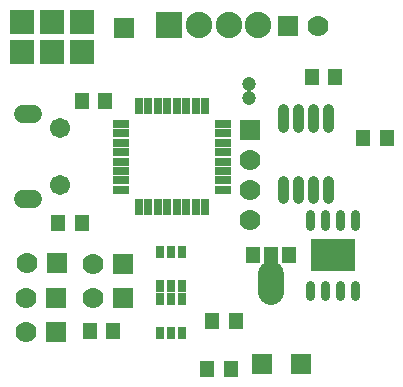
<source format=gbs>
G04 ---------------------------- Layer name :BOTTOM SOLDER LAYER*
G04 easyEDA 0.1*
G04 Scale: 100 percent, Rotated: No, Reflected: No *
G04 Dimensions in inches *
G04 leading zeros omitted , absolute positions ,2 integer and 4 * 
%FSLAX24Y24*%
%MOIN*%
G90*
G70D02*

%ADD11C,0.031622*%
%ADD12C,0.035559*%
%ADD13C,0.059181*%
%ADD14C,0.086740*%
%ADD16R,0.058000X0.030000*%
%ADD17R,0.030000X0.058000*%
%ADD18R,0.088000X0.088000*%
%ADD19C,0.088000*%
%ADD21C,0.047370*%
%ADD23R,0.082000X0.082000*%
%ADD24R,0.145790X0.106425*%
%ADD25C,0.067055*%
%ADD27R,0.028100X0.039500*%
%ADD28R,0.047370X0.057212*%
%ADD29R,0.070000X0.070000*%
%ADD30C,0.070000*%
%ADD32R,0.047000X0.083000*%
%ADD33R,0.047000X0.055000*%

%LPD*%
G54D11*
G01X10206Y5580D02*
G01X10206Y5187D01*
G01X10706Y5580D02*
G01X10706Y5187D01*
G01X11206Y5580D02*
G01X11206Y5187D01*
G01X11706Y5580D02*
G01X11706Y5187D01*
G01X10206Y3240D02*
G01X10206Y2847D01*
G01X10706Y3240D02*
G01X10706Y2847D01*
G01X11206Y3240D02*
G01X11206Y2847D01*
G01X11706Y3240D02*
G01X11706Y2847D01*
G54D12*
G01X10814Y6702D02*
G01X10814Y6111D01*
G01X10314Y6702D02*
G01X10314Y6111D01*
G01X9814Y6702D02*
G01X9814Y6111D01*
G01X9314Y6702D02*
G01X9314Y6111D01*
G01X10814Y9082D02*
G01X10814Y8491D01*
G01X10314Y9082D02*
G01X10314Y8491D01*
G01X9814Y9082D02*
G01X9814Y8491D01*
G01X9314Y9082D02*
G01X9314Y8491D01*
G54D13*
G01X981Y6075D02*
G01X626Y6075D01*
G01X981Y8925D02*
G01X626Y8925D01*
G54D14*
G01X8900Y3595D02*
G01X8900Y3004D01*
G54D16*
G01X7289Y8600D03*
G01X7289Y8290D03*
G01X7289Y7969D03*
G01X7289Y7659D03*
G01X7289Y7340D03*
G01X7289Y7030D03*
G01X7289Y6709D03*
G01X7289Y6400D03*
G54D17*
G01X6700Y5809D03*
G01X6389Y5809D03*
G01X6069Y5809D03*
G01X5760Y5809D03*
G01X5439Y5809D03*
G01X5130Y5809D03*
G01X4810Y5809D03*
G01X4500Y5809D03*
G54D16*
G01X3909Y6400D03*
G01X3909Y6709D03*
G01X3909Y7030D03*
G01X3909Y7340D03*
G01X3909Y7659D03*
G01X3909Y7969D03*
G01X3909Y8290D03*
G01X3909Y8600D03*
G54D17*
G01X4500Y9190D03*
G01X4810Y9190D03*
G01X5130Y9190D03*
G01X5439Y9190D03*
G01X5760Y9190D03*
G01X6069Y9190D03*
G01X6389Y9190D03*
G01X6700Y9190D03*
G54D18*
G01X5498Y11907D03*
G54D19*
G01X6502Y11903D03*
G01X7497Y11907D03*
G01X8480Y11901D03*
G54D21*
G01X8164Y9448D03*
G01X8164Y9919D03*
G54D23*
G01X600Y11000D03*
G01X600Y12000D03*
G01X1600Y11000D03*
G01X1600Y12000D03*
G01X2600Y11000D03*
G01X2600Y12000D03*
G54D24*
G01X10956Y4213D03*
G54D25*
G01X1867Y8448D03*
G01X1867Y6542D03*
G54D27*
G01X5948Y1609D03*
G01X5578Y1609D03*
G01X5209Y1609D03*
G01X5209Y2748D03*
G01X5578Y2748D03*
G01X5948Y2748D03*
G54D28*
G01X7723Y2038D03*
G01X6935Y2038D03*
G01X7563Y417D03*
G01X6775Y417D03*
G54D27*
G01X5207Y4332D03*
G01X5577Y4332D03*
G01X5947Y4332D03*
G01X5947Y3192D03*
G01X5577Y3192D03*
G01X5207Y3192D03*
G54D28*
G01X3380Y9350D03*
G01X2592Y9350D03*
G54D29*
G01X8600Y580D03*
G01X9903Y576D03*
G01X1761Y3953D03*
G54D30*
G01X761Y3953D03*
G54D28*
G01X2603Y5275D03*
G01X1815Y5275D03*
G01X12755Y8125D03*
G01X11967Y8125D03*
G54D29*
G01X1744Y1661D03*
G54D30*
G01X744Y1661D03*
G54D29*
G01X1746Y2780D03*
G54D30*
G01X746Y2780D03*
G54D29*
G01X9475Y11850D03*
G54D30*
G01X10475Y11850D03*
G54D28*
G01X2863Y1703D03*
G01X3651Y1703D03*
G54D29*
G01X4000Y11800D03*
G54D32*
G01X8900Y4100D03*
G54D33*
G01X8300Y4219D03*
G01X9500Y4219D03*
G54D28*
G01X11042Y10169D03*
G01X10255Y10169D03*
G54D29*
G01X8200Y8400D03*
G54D30*
G01X8200Y7400D03*
G01X8200Y6400D03*
G01X8200Y5400D03*
G54D29*
G01X3982Y3917D03*
G54D30*
G01X2982Y3917D03*
G54D29*
G01X3984Y2786D03*
G54D30*
G01X2984Y2786D03*

M00*
M02*
</source>
